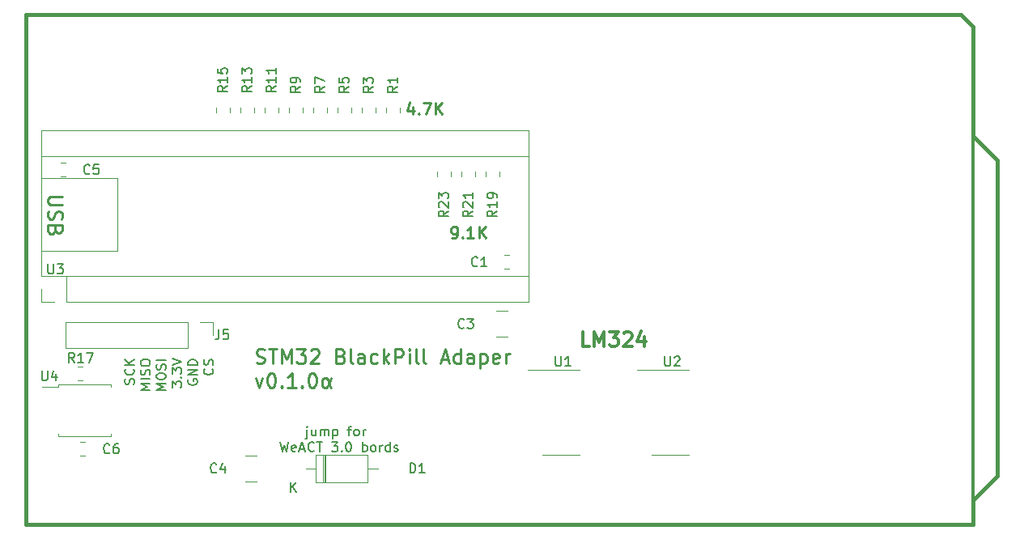
<source format=gto>
G04 #@! TF.GenerationSoftware,KiCad,Pcbnew,(5.1.7)-1*
G04 #@! TF.CreationDate,2021-04-14T19:18:07-03:00*
G04 #@! TF.ProjectId,BlackPill Adaptor,426c6163-6b50-4696-9c6c-204164617074,rev?*
G04 #@! TF.SameCoordinates,Original*
G04 #@! TF.FileFunction,Legend,Top*
G04 #@! TF.FilePolarity,Positive*
%FSLAX46Y46*%
G04 Gerber Fmt 4.6, Leading zero omitted, Abs format (unit mm)*
G04 Created by KiCad (PCBNEW (5.1.7)-1) date 2021-04-14 19:18:07*
%MOMM*%
%LPD*%
G01*
G04 APERTURE LIST*
%ADD10C,0.150000*%
%ADD11C,0.250000*%
%ADD12C,0.380000*%
%ADD13C,0.120000*%
%ADD14C,0.300000*%
%ADD15C,0.381000*%
G04 APERTURE END LIST*
D10*
X131239047Y-118340714D02*
X131239047Y-119197857D01*
X131191428Y-119293095D01*
X131096190Y-119340714D01*
X131048571Y-119340714D01*
X131239047Y-118007380D02*
X131191428Y-118055000D01*
X131239047Y-118102619D01*
X131286666Y-118055000D01*
X131239047Y-118007380D01*
X131239047Y-118102619D01*
X132143809Y-118340714D02*
X132143809Y-119007380D01*
X131715238Y-118340714D02*
X131715238Y-118864523D01*
X131762857Y-118959761D01*
X131858095Y-119007380D01*
X132000952Y-119007380D01*
X132096190Y-118959761D01*
X132143809Y-118912142D01*
X132620000Y-119007380D02*
X132620000Y-118340714D01*
X132620000Y-118435952D02*
X132667619Y-118388333D01*
X132762857Y-118340714D01*
X132905714Y-118340714D01*
X133000952Y-118388333D01*
X133048571Y-118483571D01*
X133048571Y-119007380D01*
X133048571Y-118483571D02*
X133096190Y-118388333D01*
X133191428Y-118340714D01*
X133334285Y-118340714D01*
X133429523Y-118388333D01*
X133477142Y-118483571D01*
X133477142Y-119007380D01*
X133953333Y-118340714D02*
X133953333Y-119340714D01*
X133953333Y-118388333D02*
X134048571Y-118340714D01*
X134239047Y-118340714D01*
X134334285Y-118388333D01*
X134381904Y-118435952D01*
X134429523Y-118531190D01*
X134429523Y-118816904D01*
X134381904Y-118912142D01*
X134334285Y-118959761D01*
X134239047Y-119007380D01*
X134048571Y-119007380D01*
X133953333Y-118959761D01*
X135477142Y-118340714D02*
X135858095Y-118340714D01*
X135620000Y-119007380D02*
X135620000Y-118150238D01*
X135667619Y-118055000D01*
X135762857Y-118007380D01*
X135858095Y-118007380D01*
X136334285Y-119007380D02*
X136239047Y-118959761D01*
X136191428Y-118912142D01*
X136143809Y-118816904D01*
X136143809Y-118531190D01*
X136191428Y-118435952D01*
X136239047Y-118388333D01*
X136334285Y-118340714D01*
X136477142Y-118340714D01*
X136572380Y-118388333D01*
X136620000Y-118435952D01*
X136667619Y-118531190D01*
X136667619Y-118816904D01*
X136620000Y-118912142D01*
X136572380Y-118959761D01*
X136477142Y-119007380D01*
X136334285Y-119007380D01*
X137096190Y-119007380D02*
X137096190Y-118340714D01*
X137096190Y-118531190D02*
X137143809Y-118435952D01*
X137191428Y-118388333D01*
X137286666Y-118340714D01*
X137381904Y-118340714D01*
X128429523Y-119657380D02*
X128667619Y-120657380D01*
X128858095Y-119943095D01*
X129048571Y-120657380D01*
X129286666Y-119657380D01*
X130048571Y-120609761D02*
X129953333Y-120657380D01*
X129762857Y-120657380D01*
X129667619Y-120609761D01*
X129620000Y-120514523D01*
X129620000Y-120133571D01*
X129667619Y-120038333D01*
X129762857Y-119990714D01*
X129953333Y-119990714D01*
X130048571Y-120038333D01*
X130096190Y-120133571D01*
X130096190Y-120228809D01*
X129620000Y-120324047D01*
X130477142Y-120371666D02*
X130953333Y-120371666D01*
X130381904Y-120657380D02*
X130715238Y-119657380D01*
X131048571Y-120657380D01*
X131953333Y-120562142D02*
X131905714Y-120609761D01*
X131762857Y-120657380D01*
X131667619Y-120657380D01*
X131524761Y-120609761D01*
X131429523Y-120514523D01*
X131381904Y-120419285D01*
X131334285Y-120228809D01*
X131334285Y-120085952D01*
X131381904Y-119895476D01*
X131429523Y-119800238D01*
X131524761Y-119705000D01*
X131667619Y-119657380D01*
X131762857Y-119657380D01*
X131905714Y-119705000D01*
X131953333Y-119752619D01*
X132239047Y-119657380D02*
X132810476Y-119657380D01*
X132524761Y-120657380D02*
X132524761Y-119657380D01*
X133810476Y-119657380D02*
X134429523Y-119657380D01*
X134096190Y-120038333D01*
X134239047Y-120038333D01*
X134334285Y-120085952D01*
X134381904Y-120133571D01*
X134429523Y-120228809D01*
X134429523Y-120466904D01*
X134381904Y-120562142D01*
X134334285Y-120609761D01*
X134239047Y-120657380D01*
X133953333Y-120657380D01*
X133858095Y-120609761D01*
X133810476Y-120562142D01*
X134858095Y-120562142D02*
X134905714Y-120609761D01*
X134858095Y-120657380D01*
X134810476Y-120609761D01*
X134858095Y-120562142D01*
X134858095Y-120657380D01*
X135524761Y-119657380D02*
X135620000Y-119657380D01*
X135715238Y-119705000D01*
X135762857Y-119752619D01*
X135810476Y-119847857D01*
X135858095Y-120038333D01*
X135858095Y-120276428D01*
X135810476Y-120466904D01*
X135762857Y-120562142D01*
X135715238Y-120609761D01*
X135620000Y-120657380D01*
X135524761Y-120657380D01*
X135429523Y-120609761D01*
X135381904Y-120562142D01*
X135334285Y-120466904D01*
X135286666Y-120276428D01*
X135286666Y-120038333D01*
X135334285Y-119847857D01*
X135381904Y-119752619D01*
X135429523Y-119705000D01*
X135524761Y-119657380D01*
X137048571Y-120657380D02*
X137048571Y-119657380D01*
X137048571Y-120038333D02*
X137143809Y-119990714D01*
X137334285Y-119990714D01*
X137429523Y-120038333D01*
X137477142Y-120085952D01*
X137524761Y-120181190D01*
X137524761Y-120466904D01*
X137477142Y-120562142D01*
X137429523Y-120609761D01*
X137334285Y-120657380D01*
X137143809Y-120657380D01*
X137048571Y-120609761D01*
X138096190Y-120657380D02*
X138000952Y-120609761D01*
X137953333Y-120562142D01*
X137905714Y-120466904D01*
X137905714Y-120181190D01*
X137953333Y-120085952D01*
X138000952Y-120038333D01*
X138096190Y-119990714D01*
X138239047Y-119990714D01*
X138334285Y-120038333D01*
X138381904Y-120085952D01*
X138429523Y-120181190D01*
X138429523Y-120466904D01*
X138381904Y-120562142D01*
X138334285Y-120609761D01*
X138239047Y-120657380D01*
X138096190Y-120657380D01*
X138858095Y-120657380D02*
X138858095Y-119990714D01*
X138858095Y-120181190D02*
X138905714Y-120085952D01*
X138953333Y-120038333D01*
X139048571Y-119990714D01*
X139143809Y-119990714D01*
X139905714Y-120657380D02*
X139905714Y-119657380D01*
X139905714Y-120609761D02*
X139810476Y-120657380D01*
X139620000Y-120657380D01*
X139524761Y-120609761D01*
X139477142Y-120562142D01*
X139429523Y-120466904D01*
X139429523Y-120181190D01*
X139477142Y-120085952D01*
X139524761Y-120038333D01*
X139620000Y-119990714D01*
X139810476Y-119990714D01*
X139905714Y-120038333D01*
X140334285Y-120609761D02*
X140429523Y-120657380D01*
X140620000Y-120657380D01*
X140715238Y-120609761D01*
X140762857Y-120514523D01*
X140762857Y-120466904D01*
X140715238Y-120371666D01*
X140620000Y-120324047D01*
X140477142Y-120324047D01*
X140381904Y-120276428D01*
X140334285Y-120181190D01*
X140334285Y-120133571D01*
X140381904Y-120038333D01*
X140477142Y-119990714D01*
X140620000Y-119990714D01*
X140715238Y-120038333D01*
D11*
X142281428Y-84578857D02*
X142281428Y-85378857D01*
X141995714Y-84121714D02*
X141710000Y-84978857D01*
X142452857Y-84978857D01*
X142910000Y-85264571D02*
X142967142Y-85321714D01*
X142910000Y-85378857D01*
X142852857Y-85321714D01*
X142910000Y-85264571D01*
X142910000Y-85378857D01*
X143367142Y-84178857D02*
X144167142Y-84178857D01*
X143652857Y-85378857D01*
X144624285Y-85378857D02*
X144624285Y-84178857D01*
X145310000Y-85378857D02*
X144795714Y-84693142D01*
X145310000Y-84178857D02*
X144624285Y-84864571D01*
D12*
X200914000Y-87630000D02*
X200914000Y-125730000D01*
D10*
X113119761Y-113603404D02*
X113167380Y-113460547D01*
X113167380Y-113222452D01*
X113119761Y-113127214D01*
X113072142Y-113079595D01*
X112976904Y-113031976D01*
X112881666Y-113031976D01*
X112786428Y-113079595D01*
X112738809Y-113127214D01*
X112691190Y-113222452D01*
X112643571Y-113412928D01*
X112595952Y-113508166D01*
X112548333Y-113555785D01*
X112453095Y-113603404D01*
X112357857Y-113603404D01*
X112262619Y-113555785D01*
X112215000Y-113508166D01*
X112167380Y-113412928D01*
X112167380Y-113174833D01*
X112215000Y-113031976D01*
X113072142Y-112031976D02*
X113119761Y-112079595D01*
X113167380Y-112222452D01*
X113167380Y-112317690D01*
X113119761Y-112460547D01*
X113024523Y-112555785D01*
X112929285Y-112603404D01*
X112738809Y-112651023D01*
X112595952Y-112651023D01*
X112405476Y-112603404D01*
X112310238Y-112555785D01*
X112215000Y-112460547D01*
X112167380Y-112317690D01*
X112167380Y-112222452D01*
X112215000Y-112079595D01*
X112262619Y-112031976D01*
X113167380Y-111603404D02*
X112167380Y-111603404D01*
X113167380Y-111031976D02*
X112595952Y-111460547D01*
X112167380Y-111031976D02*
X112738809Y-111603404D01*
X114817380Y-114222452D02*
X113817380Y-114222452D01*
X114531666Y-113889119D01*
X113817380Y-113555785D01*
X114817380Y-113555785D01*
X114817380Y-113079595D02*
X113817380Y-113079595D01*
X114769761Y-112651023D02*
X114817380Y-112508166D01*
X114817380Y-112270071D01*
X114769761Y-112174833D01*
X114722142Y-112127214D01*
X114626904Y-112079595D01*
X114531666Y-112079595D01*
X114436428Y-112127214D01*
X114388809Y-112174833D01*
X114341190Y-112270071D01*
X114293571Y-112460547D01*
X114245952Y-112555785D01*
X114198333Y-112603404D01*
X114103095Y-112651023D01*
X114007857Y-112651023D01*
X113912619Y-112603404D01*
X113865000Y-112555785D01*
X113817380Y-112460547D01*
X113817380Y-112222452D01*
X113865000Y-112079595D01*
X113817380Y-111460547D02*
X113817380Y-111270071D01*
X113865000Y-111174833D01*
X113960238Y-111079595D01*
X114150714Y-111031976D01*
X114484047Y-111031976D01*
X114674523Y-111079595D01*
X114769761Y-111174833D01*
X114817380Y-111270071D01*
X114817380Y-111460547D01*
X114769761Y-111555785D01*
X114674523Y-111651023D01*
X114484047Y-111698642D01*
X114150714Y-111698642D01*
X113960238Y-111651023D01*
X113865000Y-111555785D01*
X113817380Y-111460547D01*
X116467380Y-114222452D02*
X115467380Y-114222452D01*
X116181666Y-113889119D01*
X115467380Y-113555785D01*
X116467380Y-113555785D01*
X115467380Y-112889119D02*
X115467380Y-112698642D01*
X115515000Y-112603404D01*
X115610238Y-112508166D01*
X115800714Y-112460547D01*
X116134047Y-112460547D01*
X116324523Y-112508166D01*
X116419761Y-112603404D01*
X116467380Y-112698642D01*
X116467380Y-112889119D01*
X116419761Y-112984357D01*
X116324523Y-113079595D01*
X116134047Y-113127214D01*
X115800714Y-113127214D01*
X115610238Y-113079595D01*
X115515000Y-112984357D01*
X115467380Y-112889119D01*
X116419761Y-112079595D02*
X116467380Y-111936738D01*
X116467380Y-111698642D01*
X116419761Y-111603404D01*
X116372142Y-111555785D01*
X116276904Y-111508166D01*
X116181666Y-111508166D01*
X116086428Y-111555785D01*
X116038809Y-111603404D01*
X115991190Y-111698642D01*
X115943571Y-111889119D01*
X115895952Y-111984357D01*
X115848333Y-112031976D01*
X115753095Y-112079595D01*
X115657857Y-112079595D01*
X115562619Y-112031976D01*
X115515000Y-111984357D01*
X115467380Y-111889119D01*
X115467380Y-111651023D01*
X115515000Y-111508166D01*
X116467380Y-111079595D02*
X115467380Y-111079595D01*
X117117380Y-113936738D02*
X117117380Y-113317690D01*
X117498333Y-113651023D01*
X117498333Y-113508166D01*
X117545952Y-113412928D01*
X117593571Y-113365309D01*
X117688809Y-113317690D01*
X117926904Y-113317690D01*
X118022142Y-113365309D01*
X118069761Y-113412928D01*
X118117380Y-113508166D01*
X118117380Y-113793880D01*
X118069761Y-113889119D01*
X118022142Y-113936738D01*
X118022142Y-112889119D02*
X118069761Y-112841500D01*
X118117380Y-112889119D01*
X118069761Y-112936738D01*
X118022142Y-112889119D01*
X118117380Y-112889119D01*
X117117380Y-112508166D02*
X117117380Y-111889119D01*
X117498333Y-112222452D01*
X117498333Y-112079595D01*
X117545952Y-111984357D01*
X117593571Y-111936738D01*
X117688809Y-111889119D01*
X117926904Y-111889119D01*
X118022142Y-111936738D01*
X118069761Y-111984357D01*
X118117380Y-112079595D01*
X118117380Y-112365309D01*
X118069761Y-112460547D01*
X118022142Y-112508166D01*
X117117380Y-111603404D02*
X118117380Y-111270071D01*
X117117380Y-110936738D01*
X118815000Y-113127214D02*
X118767380Y-113222452D01*
X118767380Y-113365309D01*
X118815000Y-113508166D01*
X118910238Y-113603404D01*
X119005476Y-113651023D01*
X119195952Y-113698642D01*
X119338809Y-113698642D01*
X119529285Y-113651023D01*
X119624523Y-113603404D01*
X119719761Y-113508166D01*
X119767380Y-113365309D01*
X119767380Y-113270071D01*
X119719761Y-113127214D01*
X119672142Y-113079595D01*
X119338809Y-113079595D01*
X119338809Y-113270071D01*
X119767380Y-112651023D02*
X118767380Y-112651023D01*
X119767380Y-112079595D01*
X118767380Y-112079595D01*
X119767380Y-111603404D02*
X118767380Y-111603404D01*
X118767380Y-111365309D01*
X118815000Y-111222452D01*
X118910238Y-111127214D01*
X119005476Y-111079595D01*
X119195952Y-111031976D01*
X119338809Y-111031976D01*
X119529285Y-111079595D01*
X119624523Y-111127214D01*
X119719761Y-111222452D01*
X119767380Y-111365309D01*
X119767380Y-111603404D01*
X121322142Y-111984357D02*
X121369761Y-112031976D01*
X121417380Y-112174833D01*
X121417380Y-112270071D01*
X121369761Y-112412928D01*
X121274523Y-112508166D01*
X121179285Y-112555785D01*
X120988809Y-112603404D01*
X120845952Y-112603404D01*
X120655476Y-112555785D01*
X120560238Y-112508166D01*
X120465000Y-112412928D01*
X120417380Y-112270071D01*
X120417380Y-112174833D01*
X120465000Y-112031976D01*
X120512619Y-111984357D01*
X121369761Y-111603404D02*
X121417380Y-111460547D01*
X121417380Y-111222452D01*
X121369761Y-111127214D01*
X121322142Y-111079595D01*
X121226904Y-111031976D01*
X121131666Y-111031976D01*
X121036428Y-111079595D01*
X120988809Y-111127214D01*
X120941190Y-111222452D01*
X120893571Y-111412928D01*
X120845952Y-111508166D01*
X120798333Y-111555785D01*
X120703095Y-111603404D01*
X120607857Y-111603404D01*
X120512619Y-111555785D01*
X120465000Y-111508166D01*
X120417380Y-111412928D01*
X120417380Y-111174833D01*
X120465000Y-111031976D01*
D11*
X146396285Y-98332857D02*
X146624857Y-98332857D01*
X146739142Y-98275714D01*
X146796285Y-98218571D01*
X146910571Y-98047142D01*
X146967714Y-97818571D01*
X146967714Y-97361428D01*
X146910571Y-97247142D01*
X146853428Y-97190000D01*
X146739142Y-97132857D01*
X146510571Y-97132857D01*
X146396285Y-97190000D01*
X146339142Y-97247142D01*
X146282000Y-97361428D01*
X146282000Y-97647142D01*
X146339142Y-97761428D01*
X146396285Y-97818571D01*
X146510571Y-97875714D01*
X146739142Y-97875714D01*
X146853428Y-97818571D01*
X146910571Y-97761428D01*
X146967714Y-97647142D01*
X147482000Y-98218571D02*
X147539142Y-98275714D01*
X147482000Y-98332857D01*
X147424857Y-98275714D01*
X147482000Y-98218571D01*
X147482000Y-98332857D01*
X148682000Y-98332857D02*
X147996285Y-98332857D01*
X148339142Y-98332857D02*
X148339142Y-97132857D01*
X148224857Y-97304285D01*
X148110571Y-97418571D01*
X147996285Y-97475714D01*
X149196285Y-98332857D02*
X149196285Y-97132857D01*
X149882000Y-98332857D02*
X149367714Y-97647142D01*
X149882000Y-97132857D02*
X149196285Y-97818571D01*
X105596428Y-93992142D02*
X104382142Y-93992142D01*
X104239285Y-94063571D01*
X104167857Y-94135000D01*
X104096428Y-94277857D01*
X104096428Y-94563571D01*
X104167857Y-94706428D01*
X104239285Y-94777857D01*
X104382142Y-94849285D01*
X105596428Y-94849285D01*
X104167857Y-95492142D02*
X104096428Y-95706428D01*
X104096428Y-96063571D01*
X104167857Y-96206428D01*
X104239285Y-96277857D01*
X104382142Y-96349285D01*
X104525000Y-96349285D01*
X104667857Y-96277857D01*
X104739285Y-96206428D01*
X104810714Y-96063571D01*
X104882142Y-95777857D01*
X104953571Y-95635000D01*
X105025000Y-95563571D01*
X105167857Y-95492142D01*
X105310714Y-95492142D01*
X105453571Y-95563571D01*
X105525000Y-95635000D01*
X105596428Y-95777857D01*
X105596428Y-96135000D01*
X105525000Y-96349285D01*
X104882142Y-97492142D02*
X104810714Y-97706428D01*
X104739285Y-97777857D01*
X104596428Y-97849285D01*
X104382142Y-97849285D01*
X104239285Y-97777857D01*
X104167857Y-97706428D01*
X104096428Y-97563571D01*
X104096428Y-96992142D01*
X105596428Y-96992142D01*
X105596428Y-97492142D01*
X105525000Y-97635000D01*
X105453571Y-97706428D01*
X105310714Y-97777857D01*
X105167857Y-97777857D01*
X105025000Y-97706428D01*
X104953571Y-97635000D01*
X104882142Y-97492142D01*
X104882142Y-96992142D01*
X125924214Y-111371142D02*
X126138500Y-111442571D01*
X126495642Y-111442571D01*
X126638500Y-111371142D01*
X126709928Y-111299714D01*
X126781357Y-111156857D01*
X126781357Y-111014000D01*
X126709928Y-110871142D01*
X126638500Y-110799714D01*
X126495642Y-110728285D01*
X126209928Y-110656857D01*
X126067071Y-110585428D01*
X125995642Y-110514000D01*
X125924214Y-110371142D01*
X125924214Y-110228285D01*
X125995642Y-110085428D01*
X126067071Y-110014000D01*
X126209928Y-109942571D01*
X126567071Y-109942571D01*
X126781357Y-110014000D01*
X127209928Y-109942571D02*
X128067071Y-109942571D01*
X127638500Y-111442571D02*
X127638500Y-109942571D01*
X128567071Y-111442571D02*
X128567071Y-109942571D01*
X129067071Y-111014000D01*
X129567071Y-109942571D01*
X129567071Y-111442571D01*
X130138500Y-109942571D02*
X131067071Y-109942571D01*
X130567071Y-110514000D01*
X130781357Y-110514000D01*
X130924214Y-110585428D01*
X130995642Y-110656857D01*
X131067071Y-110799714D01*
X131067071Y-111156857D01*
X130995642Y-111299714D01*
X130924214Y-111371142D01*
X130781357Y-111442571D01*
X130352785Y-111442571D01*
X130209928Y-111371142D01*
X130138500Y-111299714D01*
X131638500Y-110085428D02*
X131709928Y-110014000D01*
X131852785Y-109942571D01*
X132209928Y-109942571D01*
X132352785Y-110014000D01*
X132424214Y-110085428D01*
X132495642Y-110228285D01*
X132495642Y-110371142D01*
X132424214Y-110585428D01*
X131567071Y-111442571D01*
X132495642Y-111442571D01*
X134781357Y-110656857D02*
X134995642Y-110728285D01*
X135067071Y-110799714D01*
X135138500Y-110942571D01*
X135138500Y-111156857D01*
X135067071Y-111299714D01*
X134995642Y-111371142D01*
X134852785Y-111442571D01*
X134281357Y-111442571D01*
X134281357Y-109942571D01*
X134781357Y-109942571D01*
X134924214Y-110014000D01*
X134995642Y-110085428D01*
X135067071Y-110228285D01*
X135067071Y-110371142D01*
X134995642Y-110514000D01*
X134924214Y-110585428D01*
X134781357Y-110656857D01*
X134281357Y-110656857D01*
X135995642Y-111442571D02*
X135852785Y-111371142D01*
X135781357Y-111228285D01*
X135781357Y-109942571D01*
X137209928Y-111442571D02*
X137209928Y-110656857D01*
X137138500Y-110514000D01*
X136995642Y-110442571D01*
X136709928Y-110442571D01*
X136567071Y-110514000D01*
X137209928Y-111371142D02*
X137067071Y-111442571D01*
X136709928Y-111442571D01*
X136567071Y-111371142D01*
X136495642Y-111228285D01*
X136495642Y-111085428D01*
X136567071Y-110942571D01*
X136709928Y-110871142D01*
X137067071Y-110871142D01*
X137209928Y-110799714D01*
X138567071Y-111371142D02*
X138424214Y-111442571D01*
X138138500Y-111442571D01*
X137995642Y-111371142D01*
X137924214Y-111299714D01*
X137852785Y-111156857D01*
X137852785Y-110728285D01*
X137924214Y-110585428D01*
X137995642Y-110514000D01*
X138138500Y-110442571D01*
X138424214Y-110442571D01*
X138567071Y-110514000D01*
X139209928Y-111442571D02*
X139209928Y-109942571D01*
X139352785Y-110871142D02*
X139781357Y-111442571D01*
X139781357Y-110442571D02*
X139209928Y-111014000D01*
X140424214Y-111442571D02*
X140424214Y-109942571D01*
X140995642Y-109942571D01*
X141138500Y-110014000D01*
X141209928Y-110085428D01*
X141281357Y-110228285D01*
X141281357Y-110442571D01*
X141209928Y-110585428D01*
X141138500Y-110656857D01*
X140995642Y-110728285D01*
X140424214Y-110728285D01*
X141924214Y-111442571D02*
X141924214Y-110442571D01*
X141924214Y-109942571D02*
X141852785Y-110014000D01*
X141924214Y-110085428D01*
X141995642Y-110014000D01*
X141924214Y-109942571D01*
X141924214Y-110085428D01*
X142852785Y-111442571D02*
X142709928Y-111371142D01*
X142638500Y-111228285D01*
X142638500Y-109942571D01*
X143638500Y-111442571D02*
X143495642Y-111371142D01*
X143424214Y-111228285D01*
X143424214Y-109942571D01*
X145281357Y-111014000D02*
X145995642Y-111014000D01*
X145138500Y-111442571D02*
X145638500Y-109942571D01*
X146138500Y-111442571D01*
X147281357Y-111442571D02*
X147281357Y-109942571D01*
X147281357Y-111371142D02*
X147138500Y-111442571D01*
X146852785Y-111442571D01*
X146709928Y-111371142D01*
X146638500Y-111299714D01*
X146567071Y-111156857D01*
X146567071Y-110728285D01*
X146638500Y-110585428D01*
X146709928Y-110514000D01*
X146852785Y-110442571D01*
X147138500Y-110442571D01*
X147281357Y-110514000D01*
X148638500Y-111442571D02*
X148638500Y-110656857D01*
X148567071Y-110514000D01*
X148424214Y-110442571D01*
X148138500Y-110442571D01*
X147995642Y-110514000D01*
X148638500Y-111371142D02*
X148495642Y-111442571D01*
X148138500Y-111442571D01*
X147995642Y-111371142D01*
X147924214Y-111228285D01*
X147924214Y-111085428D01*
X147995642Y-110942571D01*
X148138500Y-110871142D01*
X148495642Y-110871142D01*
X148638500Y-110799714D01*
X149352785Y-110442571D02*
X149352785Y-111942571D01*
X149352785Y-110514000D02*
X149495642Y-110442571D01*
X149781357Y-110442571D01*
X149924214Y-110514000D01*
X149995642Y-110585428D01*
X150067071Y-110728285D01*
X150067071Y-111156857D01*
X149995642Y-111299714D01*
X149924214Y-111371142D01*
X149781357Y-111442571D01*
X149495642Y-111442571D01*
X149352785Y-111371142D01*
X151281357Y-111371142D02*
X151138500Y-111442571D01*
X150852785Y-111442571D01*
X150709928Y-111371142D01*
X150638500Y-111228285D01*
X150638500Y-110656857D01*
X150709928Y-110514000D01*
X150852785Y-110442571D01*
X151138500Y-110442571D01*
X151281357Y-110514000D01*
X151352785Y-110656857D01*
X151352785Y-110799714D01*
X150638500Y-110942571D01*
X151995642Y-111442571D02*
X151995642Y-110442571D01*
X151995642Y-110728285D02*
X152067071Y-110585428D01*
X152138500Y-110514000D01*
X152281357Y-110442571D01*
X152424214Y-110442571D01*
X125852785Y-112942571D02*
X126209928Y-113942571D01*
X126567071Y-112942571D01*
X127424214Y-112442571D02*
X127567071Y-112442571D01*
X127709928Y-112514000D01*
X127781357Y-112585428D01*
X127852785Y-112728285D01*
X127924214Y-113014000D01*
X127924214Y-113371142D01*
X127852785Y-113656857D01*
X127781357Y-113799714D01*
X127709928Y-113871142D01*
X127567071Y-113942571D01*
X127424214Y-113942571D01*
X127281357Y-113871142D01*
X127209928Y-113799714D01*
X127138500Y-113656857D01*
X127067071Y-113371142D01*
X127067071Y-113014000D01*
X127138500Y-112728285D01*
X127209928Y-112585428D01*
X127281357Y-112514000D01*
X127424214Y-112442571D01*
X128567071Y-113799714D02*
X128638500Y-113871142D01*
X128567071Y-113942571D01*
X128495642Y-113871142D01*
X128567071Y-113799714D01*
X128567071Y-113942571D01*
X130067071Y-113942571D02*
X129209928Y-113942571D01*
X129638500Y-113942571D02*
X129638500Y-112442571D01*
X129495642Y-112656857D01*
X129352785Y-112799714D01*
X129209928Y-112871142D01*
X130709928Y-113799714D02*
X130781357Y-113871142D01*
X130709928Y-113942571D01*
X130638500Y-113871142D01*
X130709928Y-113799714D01*
X130709928Y-113942571D01*
X131709928Y-112442571D02*
X131852785Y-112442571D01*
X131995642Y-112514000D01*
X132067071Y-112585428D01*
X132138500Y-112728285D01*
X132209928Y-113014000D01*
X132209928Y-113371142D01*
X132138500Y-113656857D01*
X132067071Y-113799714D01*
X131995642Y-113871142D01*
X131852785Y-113942571D01*
X131709928Y-113942571D01*
X131567071Y-113871142D01*
X131495642Y-113799714D01*
X131424214Y-113656857D01*
X131352785Y-113371142D01*
X131352785Y-113014000D01*
X131424214Y-112728285D01*
X131495642Y-112585428D01*
X131567071Y-112514000D01*
X131709928Y-112442571D01*
X133709928Y-112942571D02*
X133495642Y-113656857D01*
X133424214Y-113799714D01*
X133352785Y-113871142D01*
X133209928Y-113942571D01*
X133067071Y-113942571D01*
X132924214Y-113871142D01*
X132852785Y-113799714D01*
X132781357Y-113585428D01*
X132781357Y-113299714D01*
X132852785Y-113085428D01*
X132924214Y-113014000D01*
X133067071Y-112942571D01*
X133209928Y-112942571D01*
X133352785Y-113014000D01*
X133424214Y-113085428D01*
X133495642Y-113228285D01*
X133567071Y-113728285D01*
X133638500Y-113871142D01*
X133781357Y-113942571D01*
D13*
X111379000Y-99695000D02*
X103505000Y-99695000D01*
X111379000Y-92075000D02*
X111379000Y-99695000D01*
X103505000Y-92075000D02*
X111379000Y-92075000D01*
D14*
X160786285Y-109644571D02*
X160072000Y-109644571D01*
X160072000Y-108144571D01*
X161286285Y-109644571D02*
X161286285Y-108144571D01*
X161786285Y-109216000D01*
X162286285Y-108144571D01*
X162286285Y-109644571D01*
X162857714Y-108144571D02*
X163786285Y-108144571D01*
X163286285Y-108716000D01*
X163500571Y-108716000D01*
X163643428Y-108787428D01*
X163714857Y-108858857D01*
X163786285Y-109001714D01*
X163786285Y-109358857D01*
X163714857Y-109501714D01*
X163643428Y-109573142D01*
X163500571Y-109644571D01*
X163072000Y-109644571D01*
X162929142Y-109573142D01*
X162857714Y-109501714D01*
X164357714Y-108287428D02*
X164429142Y-108216000D01*
X164572000Y-108144571D01*
X164929142Y-108144571D01*
X165072000Y-108216000D01*
X165143428Y-108287428D01*
X165214857Y-108430285D01*
X165214857Y-108573142D01*
X165143428Y-108787428D01*
X164286285Y-109644571D01*
X165214857Y-109644571D01*
X166500571Y-108644571D02*
X166500571Y-109644571D01*
X166143428Y-108073142D02*
X165786285Y-109144571D01*
X166714857Y-109144571D01*
D13*
X107950000Y-119057000D02*
X110675000Y-119057000D01*
X110675000Y-119057000D02*
X110675000Y-118797000D01*
X107950000Y-119057000D02*
X105225000Y-119057000D01*
X105225000Y-119057000D02*
X105225000Y-118797000D01*
X107950000Y-113607000D02*
X110675000Y-113607000D01*
X110675000Y-113607000D02*
X110675000Y-113867000D01*
X107950000Y-113607000D02*
X105225000Y-113607000D01*
X105225000Y-113607000D02*
X105225000Y-113867000D01*
X105225000Y-113867000D02*
X103550000Y-113867000D01*
X169229000Y-121021000D02*
X171179000Y-121021000D01*
X169229000Y-121021000D02*
X167279000Y-121021000D01*
X169229000Y-112151000D02*
X171179000Y-112151000D01*
X169229000Y-112151000D02*
X165779000Y-112151000D01*
X123138000Y-84655922D02*
X123138000Y-85173078D01*
X121718000Y-84655922D02*
X121718000Y-85173078D01*
X125678000Y-84655922D02*
X125678000Y-85173078D01*
X124258000Y-84655922D02*
X124258000Y-85173078D01*
X128218000Y-84655922D02*
X128218000Y-85173078D01*
X126798000Y-84655922D02*
X126798000Y-85173078D01*
X130758000Y-84655922D02*
X130758000Y-85173078D01*
X129338000Y-84655922D02*
X129338000Y-85173078D01*
X133298000Y-84655922D02*
X133298000Y-85173078D01*
X131878000Y-84655922D02*
X131878000Y-85173078D01*
X135838000Y-84655922D02*
X135838000Y-85173078D01*
X134418000Y-84655922D02*
X134418000Y-85173078D01*
X138378000Y-84655922D02*
X138378000Y-85173078D01*
X136958000Y-84655922D02*
X136958000Y-85173078D01*
X103445000Y-102302000D02*
X103445000Y-87062000D01*
X154365000Y-87062000D02*
X154365000Y-104962000D01*
X103445000Y-87062000D02*
X154365000Y-87062000D01*
X154365000Y-104962000D02*
X106045000Y-104962000D01*
X103445000Y-102302000D02*
X154365000Y-102302000D01*
X154365000Y-89722000D02*
X103445000Y-89722000D01*
X106045000Y-104962000D02*
X106045000Y-102302000D01*
X103445000Y-103632000D02*
X103445000Y-104962000D01*
X103445000Y-104962000D02*
X104775000Y-104962000D01*
X132154000Y-120958000D02*
X132154000Y-123898000D01*
X132154000Y-123898000D02*
X137594000Y-123898000D01*
X137594000Y-123898000D02*
X137594000Y-120958000D01*
X137594000Y-120958000D02*
X132154000Y-120958000D01*
X131134000Y-122428000D02*
X132154000Y-122428000D01*
X138614000Y-122428000D02*
X137594000Y-122428000D01*
X133054000Y-120958000D02*
X133054000Y-123898000D01*
X133174000Y-120958000D02*
X133174000Y-123898000D01*
X132934000Y-120958000D02*
X132934000Y-123898000D01*
X108033078Y-121106000D02*
X107515922Y-121106000D01*
X108033078Y-119686000D02*
X107515922Y-119686000D01*
X105985000Y-107128000D02*
X105985000Y-109788000D01*
X118745000Y-107128000D02*
X105985000Y-107128000D01*
X118745000Y-109788000D02*
X105985000Y-109788000D01*
X118745000Y-107128000D02*
X118745000Y-109788000D01*
X120015000Y-107128000D02*
X121345000Y-107128000D01*
X121345000Y-107128000D02*
X121345000Y-108458000D01*
X105483922Y-90476000D02*
X106001078Y-90476000D01*
X105483922Y-91896000D02*
X106001078Y-91896000D01*
X148792000Y-91356922D02*
X148792000Y-91874078D01*
X147372000Y-91356922D02*
X147372000Y-91874078D01*
X146252000Y-91356922D02*
X146252000Y-91874078D01*
X144832000Y-91356922D02*
X144832000Y-91874078D01*
X151332000Y-91356922D02*
X151332000Y-91874078D01*
X149912000Y-91356922D02*
X149912000Y-91874078D01*
X157799000Y-121021000D02*
X159749000Y-121021000D01*
X157799000Y-121021000D02*
X155849000Y-121021000D01*
X157799000Y-112151000D02*
X159749000Y-112151000D01*
X157799000Y-112151000D02*
X154349000Y-112151000D01*
D15*
X200914000Y-128270000D02*
X101854000Y-128270000D01*
X199644000Y-74930000D02*
X101854000Y-74930000D01*
X200914000Y-87630000D02*
X200914000Y-76200000D01*
X200914000Y-76200000D02*
X199644000Y-74930000D01*
X101854000Y-128270000D02*
X101854000Y-74930000D01*
X200914000Y-87630000D02*
X203454000Y-90170000D01*
X203454000Y-90170000D02*
X203454000Y-123190000D01*
X203454000Y-123190000D02*
X200914000Y-125730000D01*
X200914000Y-125730000D02*
X200914000Y-128270000D01*
D13*
X107261922Y-111812000D02*
X107779078Y-111812000D01*
X107261922Y-113232000D02*
X107779078Y-113232000D01*
X140918000Y-84655922D02*
X140918000Y-85173078D01*
X139498000Y-84655922D02*
X139498000Y-85173078D01*
X125954064Y-123788000D02*
X124749936Y-123788000D01*
X125954064Y-121068000D02*
X124749936Y-121068000D01*
X152237064Y-108675000D02*
X151032936Y-108675000D01*
X152237064Y-105955000D02*
X151032936Y-105955000D01*
X152356078Y-101548000D02*
X151838922Y-101548000D01*
X152356078Y-100128000D02*
X151838922Y-100128000D01*
D10*
X103505095Y-112228380D02*
X103505095Y-113037904D01*
X103552714Y-113133142D01*
X103600333Y-113180761D01*
X103695571Y-113228380D01*
X103886047Y-113228380D01*
X103981285Y-113180761D01*
X104028904Y-113133142D01*
X104076523Y-113037904D01*
X104076523Y-112228380D01*
X104981285Y-112561714D02*
X104981285Y-113228380D01*
X104743190Y-112180761D02*
X104505095Y-112895047D01*
X105124142Y-112895047D01*
X168656095Y-110704380D02*
X168656095Y-111513904D01*
X168703714Y-111609142D01*
X168751333Y-111656761D01*
X168846571Y-111704380D01*
X169037047Y-111704380D01*
X169132285Y-111656761D01*
X169179904Y-111609142D01*
X169227523Y-111513904D01*
X169227523Y-110704380D01*
X169656095Y-110799619D02*
X169703714Y-110752000D01*
X169798952Y-110704380D01*
X170037047Y-110704380D01*
X170132285Y-110752000D01*
X170179904Y-110799619D01*
X170227523Y-110894857D01*
X170227523Y-110990095D01*
X170179904Y-111132952D01*
X169608476Y-111704380D01*
X170227523Y-111704380D01*
X122880380Y-82430857D02*
X122404190Y-82764190D01*
X122880380Y-83002285D02*
X121880380Y-83002285D01*
X121880380Y-82621333D01*
X121928000Y-82526095D01*
X121975619Y-82478476D01*
X122070857Y-82430857D01*
X122213714Y-82430857D01*
X122308952Y-82478476D01*
X122356571Y-82526095D01*
X122404190Y-82621333D01*
X122404190Y-83002285D01*
X122880380Y-81478476D02*
X122880380Y-82049904D01*
X122880380Y-81764190D02*
X121880380Y-81764190D01*
X122023238Y-81859428D01*
X122118476Y-81954666D01*
X122166095Y-82049904D01*
X121880380Y-80573714D02*
X121880380Y-81049904D01*
X122356571Y-81097523D01*
X122308952Y-81049904D01*
X122261333Y-80954666D01*
X122261333Y-80716571D01*
X122308952Y-80621333D01*
X122356571Y-80573714D01*
X122451809Y-80526095D01*
X122689904Y-80526095D01*
X122785142Y-80573714D01*
X122832761Y-80621333D01*
X122880380Y-80716571D01*
X122880380Y-80954666D01*
X122832761Y-81049904D01*
X122785142Y-81097523D01*
X125420380Y-82430857D02*
X124944190Y-82764190D01*
X125420380Y-83002285D02*
X124420380Y-83002285D01*
X124420380Y-82621333D01*
X124468000Y-82526095D01*
X124515619Y-82478476D01*
X124610857Y-82430857D01*
X124753714Y-82430857D01*
X124848952Y-82478476D01*
X124896571Y-82526095D01*
X124944190Y-82621333D01*
X124944190Y-83002285D01*
X125420380Y-81478476D02*
X125420380Y-82049904D01*
X125420380Y-81764190D02*
X124420380Y-81764190D01*
X124563238Y-81859428D01*
X124658476Y-81954666D01*
X124706095Y-82049904D01*
X124420380Y-81145142D02*
X124420380Y-80526095D01*
X124801333Y-80859428D01*
X124801333Y-80716571D01*
X124848952Y-80621333D01*
X124896571Y-80573714D01*
X124991809Y-80526095D01*
X125229904Y-80526095D01*
X125325142Y-80573714D01*
X125372761Y-80621333D01*
X125420380Y-80716571D01*
X125420380Y-81002285D01*
X125372761Y-81097523D01*
X125325142Y-81145142D01*
X127960380Y-82430857D02*
X127484190Y-82764190D01*
X127960380Y-83002285D02*
X126960380Y-83002285D01*
X126960380Y-82621333D01*
X127008000Y-82526095D01*
X127055619Y-82478476D01*
X127150857Y-82430857D01*
X127293714Y-82430857D01*
X127388952Y-82478476D01*
X127436571Y-82526095D01*
X127484190Y-82621333D01*
X127484190Y-83002285D01*
X127960380Y-81478476D02*
X127960380Y-82049904D01*
X127960380Y-81764190D02*
X126960380Y-81764190D01*
X127103238Y-81859428D01*
X127198476Y-81954666D01*
X127246095Y-82049904D01*
X127960380Y-80526095D02*
X127960380Y-81097523D01*
X127960380Y-80811809D02*
X126960380Y-80811809D01*
X127103238Y-80907047D01*
X127198476Y-81002285D01*
X127246095Y-81097523D01*
X130500380Y-82462666D02*
X130024190Y-82796000D01*
X130500380Y-83034095D02*
X129500380Y-83034095D01*
X129500380Y-82653142D01*
X129548000Y-82557904D01*
X129595619Y-82510285D01*
X129690857Y-82462666D01*
X129833714Y-82462666D01*
X129928952Y-82510285D01*
X129976571Y-82557904D01*
X130024190Y-82653142D01*
X130024190Y-83034095D01*
X130500380Y-81986476D02*
X130500380Y-81796000D01*
X130452761Y-81700761D01*
X130405142Y-81653142D01*
X130262285Y-81557904D01*
X130071809Y-81510285D01*
X129690857Y-81510285D01*
X129595619Y-81557904D01*
X129548000Y-81605523D01*
X129500380Y-81700761D01*
X129500380Y-81891238D01*
X129548000Y-81986476D01*
X129595619Y-82034095D01*
X129690857Y-82081714D01*
X129928952Y-82081714D01*
X130024190Y-82034095D01*
X130071809Y-81986476D01*
X130119428Y-81891238D01*
X130119428Y-81700761D01*
X130071809Y-81605523D01*
X130024190Y-81557904D01*
X129928952Y-81510285D01*
X133040380Y-82462666D02*
X132564190Y-82796000D01*
X133040380Y-83034095D02*
X132040380Y-83034095D01*
X132040380Y-82653142D01*
X132088000Y-82557904D01*
X132135619Y-82510285D01*
X132230857Y-82462666D01*
X132373714Y-82462666D01*
X132468952Y-82510285D01*
X132516571Y-82557904D01*
X132564190Y-82653142D01*
X132564190Y-83034095D01*
X132040380Y-82129333D02*
X132040380Y-81462666D01*
X133040380Y-81891238D01*
X135580380Y-82462666D02*
X135104190Y-82796000D01*
X135580380Y-83034095D02*
X134580380Y-83034095D01*
X134580380Y-82653142D01*
X134628000Y-82557904D01*
X134675619Y-82510285D01*
X134770857Y-82462666D01*
X134913714Y-82462666D01*
X135008952Y-82510285D01*
X135056571Y-82557904D01*
X135104190Y-82653142D01*
X135104190Y-83034095D01*
X134580380Y-81557904D02*
X134580380Y-82034095D01*
X135056571Y-82081714D01*
X135008952Y-82034095D01*
X134961333Y-81938857D01*
X134961333Y-81700761D01*
X135008952Y-81605523D01*
X135056571Y-81557904D01*
X135151809Y-81510285D01*
X135389904Y-81510285D01*
X135485142Y-81557904D01*
X135532761Y-81605523D01*
X135580380Y-81700761D01*
X135580380Y-81938857D01*
X135532761Y-82034095D01*
X135485142Y-82081714D01*
X138120380Y-82462666D02*
X137644190Y-82796000D01*
X138120380Y-83034095D02*
X137120380Y-83034095D01*
X137120380Y-82653142D01*
X137168000Y-82557904D01*
X137215619Y-82510285D01*
X137310857Y-82462666D01*
X137453714Y-82462666D01*
X137548952Y-82510285D01*
X137596571Y-82557904D01*
X137644190Y-82653142D01*
X137644190Y-83034095D01*
X137120380Y-82129333D02*
X137120380Y-81510285D01*
X137501333Y-81843619D01*
X137501333Y-81700761D01*
X137548952Y-81605523D01*
X137596571Y-81557904D01*
X137691809Y-81510285D01*
X137929904Y-81510285D01*
X138025142Y-81557904D01*
X138072761Y-81605523D01*
X138120380Y-81700761D01*
X138120380Y-81986476D01*
X138072761Y-82081714D01*
X138025142Y-82129333D01*
X104140095Y-101052380D02*
X104140095Y-101861904D01*
X104187714Y-101957142D01*
X104235333Y-102004761D01*
X104330571Y-102052380D01*
X104521047Y-102052380D01*
X104616285Y-102004761D01*
X104663904Y-101957142D01*
X104711523Y-101861904D01*
X104711523Y-101052380D01*
X105092476Y-101052380D02*
X105711523Y-101052380D01*
X105378190Y-101433333D01*
X105521047Y-101433333D01*
X105616285Y-101480952D01*
X105663904Y-101528571D01*
X105711523Y-101623809D01*
X105711523Y-101861904D01*
X105663904Y-101957142D01*
X105616285Y-102004761D01*
X105521047Y-102052380D01*
X105235333Y-102052380D01*
X105140095Y-102004761D01*
X105092476Y-101957142D01*
X142009904Y-122880380D02*
X142009904Y-121880380D01*
X142248000Y-121880380D01*
X142390857Y-121928000D01*
X142486095Y-122023238D01*
X142533714Y-122118476D01*
X142581333Y-122308952D01*
X142581333Y-122451809D01*
X142533714Y-122642285D01*
X142486095Y-122737523D01*
X142390857Y-122832761D01*
X142248000Y-122880380D01*
X142009904Y-122880380D01*
X143533714Y-122880380D02*
X142962285Y-122880380D01*
X143248000Y-122880380D02*
X143248000Y-121880380D01*
X143152761Y-122023238D01*
X143057523Y-122118476D01*
X142962285Y-122166095D01*
X129532095Y-124912380D02*
X129532095Y-123912380D01*
X130103523Y-124912380D02*
X129674952Y-124340952D01*
X130103523Y-123912380D02*
X129532095Y-124483809D01*
X110577333Y-120753142D02*
X110529714Y-120800761D01*
X110386857Y-120848380D01*
X110291619Y-120848380D01*
X110148761Y-120800761D01*
X110053523Y-120705523D01*
X110005904Y-120610285D01*
X109958285Y-120419809D01*
X109958285Y-120276952D01*
X110005904Y-120086476D01*
X110053523Y-119991238D01*
X110148761Y-119896000D01*
X110291619Y-119848380D01*
X110386857Y-119848380D01*
X110529714Y-119896000D01*
X110577333Y-119943619D01*
X111434476Y-119848380D02*
X111244000Y-119848380D01*
X111148761Y-119896000D01*
X111101142Y-119943619D01*
X111005904Y-120086476D01*
X110958285Y-120276952D01*
X110958285Y-120657904D01*
X111005904Y-120753142D01*
X111053523Y-120800761D01*
X111148761Y-120848380D01*
X111339238Y-120848380D01*
X111434476Y-120800761D01*
X111482095Y-120753142D01*
X111529714Y-120657904D01*
X111529714Y-120419809D01*
X111482095Y-120324571D01*
X111434476Y-120276952D01*
X111339238Y-120229333D01*
X111148761Y-120229333D01*
X111053523Y-120276952D01*
X111005904Y-120324571D01*
X110958285Y-120419809D01*
X122011666Y-107910380D02*
X122011666Y-108624666D01*
X121964047Y-108767523D01*
X121868809Y-108862761D01*
X121725952Y-108910380D01*
X121630714Y-108910380D01*
X122964047Y-107910380D02*
X122487857Y-107910380D01*
X122440238Y-108386571D01*
X122487857Y-108338952D01*
X122583095Y-108291333D01*
X122821190Y-108291333D01*
X122916428Y-108338952D01*
X122964047Y-108386571D01*
X123011666Y-108481809D01*
X123011666Y-108719904D01*
X122964047Y-108815142D01*
X122916428Y-108862761D01*
X122821190Y-108910380D01*
X122583095Y-108910380D01*
X122487857Y-108862761D01*
X122440238Y-108815142D01*
X108496833Y-91543142D02*
X108449214Y-91590761D01*
X108306357Y-91638380D01*
X108211119Y-91638380D01*
X108068261Y-91590761D01*
X107973023Y-91495523D01*
X107925404Y-91400285D01*
X107877785Y-91209809D01*
X107877785Y-91066952D01*
X107925404Y-90876476D01*
X107973023Y-90781238D01*
X108068261Y-90686000D01*
X108211119Y-90638380D01*
X108306357Y-90638380D01*
X108449214Y-90686000D01*
X108496833Y-90733619D01*
X109401595Y-90638380D02*
X108925404Y-90638380D01*
X108877785Y-91114571D01*
X108925404Y-91066952D01*
X109020642Y-91019333D01*
X109258738Y-91019333D01*
X109353976Y-91066952D01*
X109401595Y-91114571D01*
X109449214Y-91209809D01*
X109449214Y-91447904D01*
X109401595Y-91543142D01*
X109353976Y-91590761D01*
X109258738Y-91638380D01*
X109020642Y-91638380D01*
X108925404Y-91590761D01*
X108877785Y-91543142D01*
X148534380Y-95481857D02*
X148058190Y-95815190D01*
X148534380Y-96053285D02*
X147534380Y-96053285D01*
X147534380Y-95672333D01*
X147582000Y-95577095D01*
X147629619Y-95529476D01*
X147724857Y-95481857D01*
X147867714Y-95481857D01*
X147962952Y-95529476D01*
X148010571Y-95577095D01*
X148058190Y-95672333D01*
X148058190Y-96053285D01*
X147629619Y-95100904D02*
X147582000Y-95053285D01*
X147534380Y-94958047D01*
X147534380Y-94719952D01*
X147582000Y-94624714D01*
X147629619Y-94577095D01*
X147724857Y-94529476D01*
X147820095Y-94529476D01*
X147962952Y-94577095D01*
X148534380Y-95148523D01*
X148534380Y-94529476D01*
X148534380Y-93577095D02*
X148534380Y-94148523D01*
X148534380Y-93862809D02*
X147534380Y-93862809D01*
X147677238Y-93958047D01*
X147772476Y-94053285D01*
X147820095Y-94148523D01*
X145994380Y-95481857D02*
X145518190Y-95815190D01*
X145994380Y-96053285D02*
X144994380Y-96053285D01*
X144994380Y-95672333D01*
X145042000Y-95577095D01*
X145089619Y-95529476D01*
X145184857Y-95481857D01*
X145327714Y-95481857D01*
X145422952Y-95529476D01*
X145470571Y-95577095D01*
X145518190Y-95672333D01*
X145518190Y-96053285D01*
X145089619Y-95100904D02*
X145042000Y-95053285D01*
X144994380Y-94958047D01*
X144994380Y-94719952D01*
X145042000Y-94624714D01*
X145089619Y-94577095D01*
X145184857Y-94529476D01*
X145280095Y-94529476D01*
X145422952Y-94577095D01*
X145994380Y-95148523D01*
X145994380Y-94529476D01*
X144994380Y-94196142D02*
X144994380Y-93577095D01*
X145375333Y-93910428D01*
X145375333Y-93767571D01*
X145422952Y-93672333D01*
X145470571Y-93624714D01*
X145565809Y-93577095D01*
X145803904Y-93577095D01*
X145899142Y-93624714D01*
X145946761Y-93672333D01*
X145994380Y-93767571D01*
X145994380Y-94053285D01*
X145946761Y-94148523D01*
X145899142Y-94196142D01*
X151074380Y-95481857D02*
X150598190Y-95815190D01*
X151074380Y-96053285D02*
X150074380Y-96053285D01*
X150074380Y-95672333D01*
X150122000Y-95577095D01*
X150169619Y-95529476D01*
X150264857Y-95481857D01*
X150407714Y-95481857D01*
X150502952Y-95529476D01*
X150550571Y-95577095D01*
X150598190Y-95672333D01*
X150598190Y-96053285D01*
X151074380Y-94529476D02*
X151074380Y-95100904D01*
X151074380Y-94815190D02*
X150074380Y-94815190D01*
X150217238Y-94910428D01*
X150312476Y-95005666D01*
X150360095Y-95100904D01*
X151074380Y-94053285D02*
X151074380Y-93862809D01*
X151026761Y-93767571D01*
X150979142Y-93719952D01*
X150836285Y-93624714D01*
X150645809Y-93577095D01*
X150264857Y-93577095D01*
X150169619Y-93624714D01*
X150122000Y-93672333D01*
X150074380Y-93767571D01*
X150074380Y-93958047D01*
X150122000Y-94053285D01*
X150169619Y-94100904D01*
X150264857Y-94148523D01*
X150502952Y-94148523D01*
X150598190Y-94100904D01*
X150645809Y-94053285D01*
X150693428Y-93958047D01*
X150693428Y-93767571D01*
X150645809Y-93672333D01*
X150598190Y-93624714D01*
X150502952Y-93577095D01*
X157226095Y-110704380D02*
X157226095Y-111513904D01*
X157273714Y-111609142D01*
X157321333Y-111656761D01*
X157416571Y-111704380D01*
X157607047Y-111704380D01*
X157702285Y-111656761D01*
X157749904Y-111609142D01*
X157797523Y-111513904D01*
X157797523Y-110704380D01*
X158797523Y-111704380D02*
X158226095Y-111704380D01*
X158511809Y-111704380D02*
X158511809Y-110704380D01*
X158416571Y-110847238D01*
X158321333Y-110942476D01*
X158226095Y-110990095D01*
X106877642Y-111324380D02*
X106544309Y-110848190D01*
X106306214Y-111324380D02*
X106306214Y-110324380D01*
X106687166Y-110324380D01*
X106782404Y-110372000D01*
X106830023Y-110419619D01*
X106877642Y-110514857D01*
X106877642Y-110657714D01*
X106830023Y-110752952D01*
X106782404Y-110800571D01*
X106687166Y-110848190D01*
X106306214Y-110848190D01*
X107830023Y-111324380D02*
X107258595Y-111324380D01*
X107544309Y-111324380D02*
X107544309Y-110324380D01*
X107449071Y-110467238D01*
X107353833Y-110562476D01*
X107258595Y-110610095D01*
X108163357Y-110324380D02*
X108830023Y-110324380D01*
X108401452Y-111324380D01*
X140660380Y-82462666D02*
X140184190Y-82796000D01*
X140660380Y-83034095D02*
X139660380Y-83034095D01*
X139660380Y-82653142D01*
X139708000Y-82557904D01*
X139755619Y-82510285D01*
X139850857Y-82462666D01*
X139993714Y-82462666D01*
X140088952Y-82510285D01*
X140136571Y-82557904D01*
X140184190Y-82653142D01*
X140184190Y-83034095D01*
X140660380Y-81510285D02*
X140660380Y-82081714D01*
X140660380Y-81796000D02*
X139660380Y-81796000D01*
X139803238Y-81891238D01*
X139898476Y-81986476D01*
X139946095Y-82081714D01*
X121756333Y-122785142D02*
X121708714Y-122832761D01*
X121565857Y-122880380D01*
X121470619Y-122880380D01*
X121327761Y-122832761D01*
X121232523Y-122737523D01*
X121184904Y-122642285D01*
X121137285Y-122451809D01*
X121137285Y-122308952D01*
X121184904Y-122118476D01*
X121232523Y-122023238D01*
X121327761Y-121928000D01*
X121470619Y-121880380D01*
X121565857Y-121880380D01*
X121708714Y-121928000D01*
X121756333Y-121975619D01*
X122613476Y-122213714D02*
X122613476Y-122880380D01*
X122375380Y-121832761D02*
X122137285Y-122547047D01*
X122756333Y-122547047D01*
X147661333Y-107672142D02*
X147613714Y-107719761D01*
X147470857Y-107767380D01*
X147375619Y-107767380D01*
X147232761Y-107719761D01*
X147137523Y-107624523D01*
X147089904Y-107529285D01*
X147042285Y-107338809D01*
X147042285Y-107195952D01*
X147089904Y-107005476D01*
X147137523Y-106910238D01*
X147232761Y-106815000D01*
X147375619Y-106767380D01*
X147470857Y-106767380D01*
X147613714Y-106815000D01*
X147661333Y-106862619D01*
X147994666Y-106767380D02*
X148613714Y-106767380D01*
X148280380Y-107148333D01*
X148423238Y-107148333D01*
X148518476Y-107195952D01*
X148566095Y-107243571D01*
X148613714Y-107338809D01*
X148613714Y-107576904D01*
X148566095Y-107672142D01*
X148518476Y-107719761D01*
X148423238Y-107767380D01*
X148137523Y-107767380D01*
X148042285Y-107719761D01*
X147994666Y-107672142D01*
X149058333Y-101195142D02*
X149010714Y-101242761D01*
X148867857Y-101290380D01*
X148772619Y-101290380D01*
X148629761Y-101242761D01*
X148534523Y-101147523D01*
X148486904Y-101052285D01*
X148439285Y-100861809D01*
X148439285Y-100718952D01*
X148486904Y-100528476D01*
X148534523Y-100433238D01*
X148629761Y-100338000D01*
X148772619Y-100290380D01*
X148867857Y-100290380D01*
X149010714Y-100338000D01*
X149058333Y-100385619D01*
X150010714Y-101290380D02*
X149439285Y-101290380D01*
X149725000Y-101290380D02*
X149725000Y-100290380D01*
X149629761Y-100433238D01*
X149534523Y-100528476D01*
X149439285Y-100576095D01*
M02*

</source>
